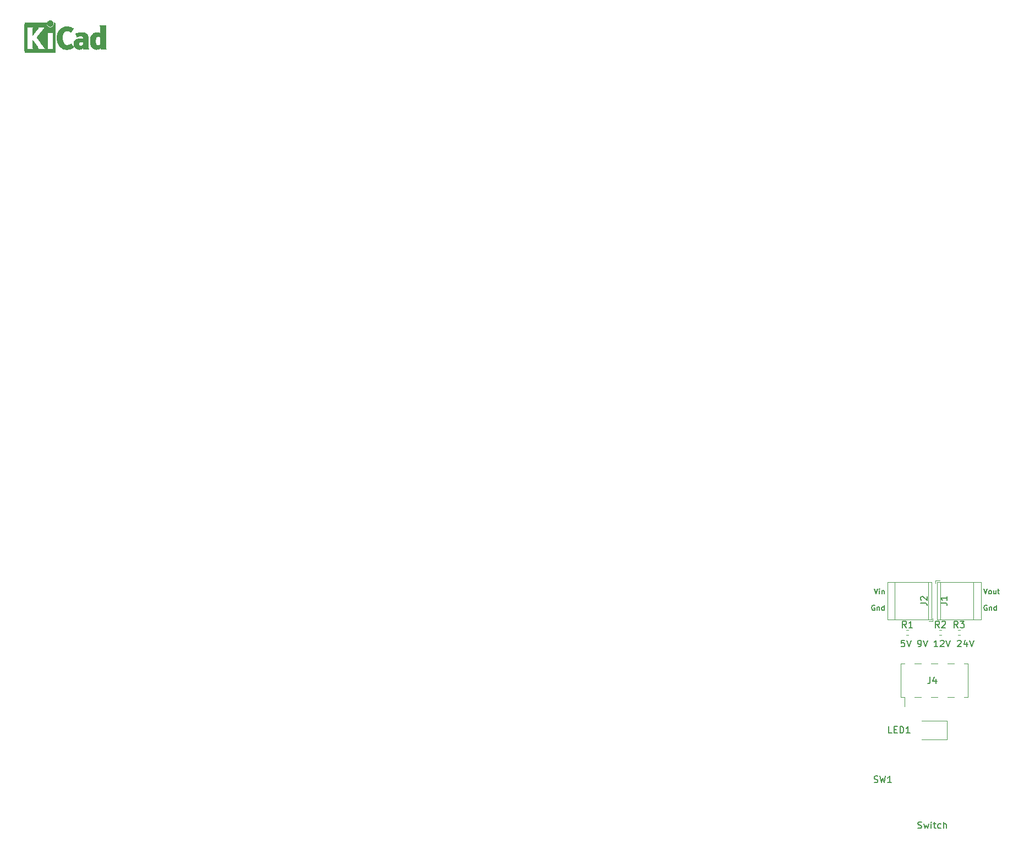
<source format=gbr>
%TF.GenerationSoftware,KiCad,Pcbnew,7.0.5*%
%TF.CreationDate,2024-06-27T22:40:16-04:00*%
%TF.ProjectId,ScrewSwitch,53637265-7753-4776-9974-63682e6b6963,rev?*%
%TF.SameCoordinates,Original*%
%TF.FileFunction,Legend,Top*%
%TF.FilePolarity,Positive*%
%FSLAX46Y46*%
G04 Gerber Fmt 4.6, Leading zero omitted, Abs format (unit mm)*
G04 Created by KiCad (PCBNEW 7.0.5) date 2024-06-27 22:40:16*
%MOMM*%
%LPD*%
G01*
G04 APERTURE LIST*
%ADD10C,0.150000*%
%ADD11C,0.120000*%
%ADD12C,0.010000*%
G04 APERTURE END LIST*
D10*
X143589524Y-95485057D02*
X143637143Y-95437438D01*
X143637143Y-95437438D02*
X143732381Y-95389819D01*
X143732381Y-95389819D02*
X143970476Y-95389819D01*
X143970476Y-95389819D02*
X144065714Y-95437438D01*
X144065714Y-95437438D02*
X144113333Y-95485057D01*
X144113333Y-95485057D02*
X144160952Y-95580295D01*
X144160952Y-95580295D02*
X144160952Y-95675533D01*
X144160952Y-95675533D02*
X144113333Y-95818390D01*
X144113333Y-95818390D02*
X143541905Y-96389819D01*
X143541905Y-96389819D02*
X144160952Y-96389819D01*
X145018095Y-95723152D02*
X145018095Y-96389819D01*
X144780000Y-95342200D02*
X144541905Y-96056485D01*
X144541905Y-96056485D02*
X145160952Y-96056485D01*
X145399048Y-95389819D02*
X145732381Y-96389819D01*
X145732381Y-96389819D02*
X146065714Y-95389819D01*
X130754533Y-87466011D02*
X131021200Y-88266011D01*
X131021200Y-88266011D02*
X131287866Y-87466011D01*
X131554533Y-88266011D02*
X131554533Y-87732677D01*
X131554533Y-87466011D02*
X131516437Y-87504106D01*
X131516437Y-87504106D02*
X131554533Y-87542201D01*
X131554533Y-87542201D02*
X131592628Y-87504106D01*
X131592628Y-87504106D02*
X131554533Y-87466011D01*
X131554533Y-87466011D02*
X131554533Y-87542201D01*
X131935485Y-87732677D02*
X131935485Y-88266011D01*
X131935485Y-87808868D02*
X131973580Y-87770773D01*
X131973580Y-87770773D02*
X132049770Y-87732677D01*
X132049770Y-87732677D02*
X132164056Y-87732677D01*
X132164056Y-87732677D02*
X132240247Y-87770773D01*
X132240247Y-87770773D02*
X132278342Y-87846963D01*
X132278342Y-87846963D02*
X132278342Y-88266011D01*
X137544398Y-96389819D02*
X137734874Y-96389819D01*
X137734874Y-96389819D02*
X137830112Y-96342200D01*
X137830112Y-96342200D02*
X137877731Y-96294580D01*
X137877731Y-96294580D02*
X137972969Y-96151723D01*
X137972969Y-96151723D02*
X138020588Y-95961247D01*
X138020588Y-95961247D02*
X138020588Y-95580295D01*
X138020588Y-95580295D02*
X137972969Y-95485057D01*
X137972969Y-95485057D02*
X137925350Y-95437438D01*
X137925350Y-95437438D02*
X137830112Y-95389819D01*
X137830112Y-95389819D02*
X137639636Y-95389819D01*
X137639636Y-95389819D02*
X137544398Y-95437438D01*
X137544398Y-95437438D02*
X137496779Y-95485057D01*
X137496779Y-95485057D02*
X137449160Y-95580295D01*
X137449160Y-95580295D02*
X137449160Y-95818390D01*
X137449160Y-95818390D02*
X137496779Y-95913628D01*
X137496779Y-95913628D02*
X137544398Y-95961247D01*
X137544398Y-95961247D02*
X137639636Y-96008866D01*
X137639636Y-96008866D02*
X137830112Y-96008866D01*
X137830112Y-96008866D02*
X137925350Y-95961247D01*
X137925350Y-95961247D02*
X137972969Y-95913628D01*
X137972969Y-95913628D02*
X138020588Y-95818390D01*
X138306303Y-95389819D02*
X138639636Y-96389819D01*
X138639636Y-96389819D02*
X138972969Y-95389819D01*
X147602377Y-87466011D02*
X147869044Y-88266011D01*
X147869044Y-88266011D02*
X148135710Y-87466011D01*
X148516662Y-88266011D02*
X148440472Y-88227916D01*
X148440472Y-88227916D02*
X148402377Y-88189820D01*
X148402377Y-88189820D02*
X148364281Y-88113630D01*
X148364281Y-88113630D02*
X148364281Y-87885058D01*
X148364281Y-87885058D02*
X148402377Y-87808868D01*
X148402377Y-87808868D02*
X148440472Y-87770773D01*
X148440472Y-87770773D02*
X148516662Y-87732677D01*
X148516662Y-87732677D02*
X148630948Y-87732677D01*
X148630948Y-87732677D02*
X148707139Y-87770773D01*
X148707139Y-87770773D02*
X148745234Y-87808868D01*
X148745234Y-87808868D02*
X148783329Y-87885058D01*
X148783329Y-87885058D02*
X148783329Y-88113630D01*
X148783329Y-88113630D02*
X148745234Y-88189820D01*
X148745234Y-88189820D02*
X148707139Y-88227916D01*
X148707139Y-88227916D02*
X148630948Y-88266011D01*
X148630948Y-88266011D02*
X148516662Y-88266011D01*
X149469044Y-87732677D02*
X149469044Y-88266011D01*
X149126187Y-87732677D02*
X149126187Y-88151725D01*
X149126187Y-88151725D02*
X149164282Y-88227916D01*
X149164282Y-88227916D02*
X149240472Y-88266011D01*
X149240472Y-88266011D02*
X149354758Y-88266011D01*
X149354758Y-88266011D02*
X149430949Y-88227916D01*
X149430949Y-88227916D02*
X149469044Y-88189820D01*
X149735711Y-87732677D02*
X150040473Y-87732677D01*
X149849997Y-87466011D02*
X149849997Y-88151725D01*
X149849997Y-88151725D02*
X149888092Y-88227916D01*
X149888092Y-88227916D02*
X149964282Y-88266011D01*
X149964282Y-88266011D02*
X150040473Y-88266011D01*
X140560588Y-96389819D02*
X139989160Y-96389819D01*
X140274874Y-96389819D02*
X140274874Y-95389819D01*
X140274874Y-95389819D02*
X140179636Y-95532676D01*
X140179636Y-95532676D02*
X140084398Y-95627914D01*
X140084398Y-95627914D02*
X139989160Y-95675533D01*
X140941541Y-95485057D02*
X140989160Y-95437438D01*
X140989160Y-95437438D02*
X141084398Y-95389819D01*
X141084398Y-95389819D02*
X141322493Y-95389819D01*
X141322493Y-95389819D02*
X141417731Y-95437438D01*
X141417731Y-95437438D02*
X141465350Y-95485057D01*
X141465350Y-95485057D02*
X141512969Y-95580295D01*
X141512969Y-95580295D02*
X141512969Y-95675533D01*
X141512969Y-95675533D02*
X141465350Y-95818390D01*
X141465350Y-95818390D02*
X140893922Y-96389819D01*
X140893922Y-96389819D02*
X141512969Y-96389819D01*
X141798684Y-95389819D02*
X142132017Y-96389819D01*
X142132017Y-96389819D02*
X142465350Y-95389819D01*
X137485714Y-124282200D02*
X137628571Y-124329819D01*
X137628571Y-124329819D02*
X137866666Y-124329819D01*
X137866666Y-124329819D02*
X137961904Y-124282200D01*
X137961904Y-124282200D02*
X138009523Y-124234580D01*
X138009523Y-124234580D02*
X138057142Y-124139342D01*
X138057142Y-124139342D02*
X138057142Y-124044104D01*
X138057142Y-124044104D02*
X138009523Y-123948866D01*
X138009523Y-123948866D02*
X137961904Y-123901247D01*
X137961904Y-123901247D02*
X137866666Y-123853628D01*
X137866666Y-123853628D02*
X137676190Y-123806009D01*
X137676190Y-123806009D02*
X137580952Y-123758390D01*
X137580952Y-123758390D02*
X137533333Y-123710771D01*
X137533333Y-123710771D02*
X137485714Y-123615533D01*
X137485714Y-123615533D02*
X137485714Y-123520295D01*
X137485714Y-123520295D02*
X137533333Y-123425057D01*
X137533333Y-123425057D02*
X137580952Y-123377438D01*
X137580952Y-123377438D02*
X137676190Y-123329819D01*
X137676190Y-123329819D02*
X137914285Y-123329819D01*
X137914285Y-123329819D02*
X138057142Y-123377438D01*
X138390476Y-123663152D02*
X138580952Y-124329819D01*
X138580952Y-124329819D02*
X138771428Y-123853628D01*
X138771428Y-123853628D02*
X138961904Y-124329819D01*
X138961904Y-124329819D02*
X139152380Y-123663152D01*
X139533333Y-124329819D02*
X139533333Y-123663152D01*
X139533333Y-123329819D02*
X139485714Y-123377438D01*
X139485714Y-123377438D02*
X139533333Y-123425057D01*
X139533333Y-123425057D02*
X139580952Y-123377438D01*
X139580952Y-123377438D02*
X139533333Y-123329819D01*
X139533333Y-123329819D02*
X139533333Y-123425057D01*
X139866666Y-123663152D02*
X140247618Y-123663152D01*
X140009523Y-123329819D02*
X140009523Y-124186961D01*
X140009523Y-124186961D02*
X140057142Y-124282200D01*
X140057142Y-124282200D02*
X140152380Y-124329819D01*
X140152380Y-124329819D02*
X140247618Y-124329819D01*
X141009523Y-124282200D02*
X140914285Y-124329819D01*
X140914285Y-124329819D02*
X140723809Y-124329819D01*
X140723809Y-124329819D02*
X140628571Y-124282200D01*
X140628571Y-124282200D02*
X140580952Y-124234580D01*
X140580952Y-124234580D02*
X140533333Y-124139342D01*
X140533333Y-124139342D02*
X140533333Y-123853628D01*
X140533333Y-123853628D02*
X140580952Y-123758390D01*
X140580952Y-123758390D02*
X140628571Y-123710771D01*
X140628571Y-123710771D02*
X140723809Y-123663152D01*
X140723809Y-123663152D02*
X140914285Y-123663152D01*
X140914285Y-123663152D02*
X141009523Y-123710771D01*
X141438095Y-124329819D02*
X141438095Y-123329819D01*
X141866666Y-124329819D02*
X141866666Y-123806009D01*
X141866666Y-123806009D02*
X141819047Y-123710771D01*
X141819047Y-123710771D02*
X141723809Y-123663152D01*
X141723809Y-123663152D02*
X141580952Y-123663152D01*
X141580952Y-123663152D02*
X141485714Y-123710771D01*
X141485714Y-123710771D02*
X141438095Y-123758390D01*
X148108207Y-90032390D02*
X148032017Y-89994295D01*
X148032017Y-89994295D02*
X147917731Y-89994295D01*
X147917731Y-89994295D02*
X147803445Y-90032390D01*
X147803445Y-90032390D02*
X147727255Y-90108580D01*
X147727255Y-90108580D02*
X147689160Y-90184771D01*
X147689160Y-90184771D02*
X147651064Y-90337152D01*
X147651064Y-90337152D02*
X147651064Y-90451438D01*
X147651064Y-90451438D02*
X147689160Y-90603819D01*
X147689160Y-90603819D02*
X147727255Y-90680009D01*
X147727255Y-90680009D02*
X147803445Y-90756200D01*
X147803445Y-90756200D02*
X147917731Y-90794295D01*
X147917731Y-90794295D02*
X147993922Y-90794295D01*
X147993922Y-90794295D02*
X148108207Y-90756200D01*
X148108207Y-90756200D02*
X148146303Y-90718104D01*
X148146303Y-90718104D02*
X148146303Y-90451438D01*
X148146303Y-90451438D02*
X147993922Y-90451438D01*
X148489160Y-90260961D02*
X148489160Y-90794295D01*
X148489160Y-90337152D02*
X148527255Y-90299057D01*
X148527255Y-90299057D02*
X148603445Y-90260961D01*
X148603445Y-90260961D02*
X148717731Y-90260961D01*
X148717731Y-90260961D02*
X148793922Y-90299057D01*
X148793922Y-90299057D02*
X148832017Y-90375247D01*
X148832017Y-90375247D02*
X148832017Y-90794295D01*
X149555827Y-90794295D02*
X149555827Y-89994295D01*
X149555827Y-90756200D02*
X149479636Y-90794295D01*
X149479636Y-90794295D02*
X149327255Y-90794295D01*
X149327255Y-90794295D02*
X149251065Y-90756200D01*
X149251065Y-90756200D02*
X149212970Y-90718104D01*
X149212970Y-90718104D02*
X149174874Y-90641914D01*
X149174874Y-90641914D02*
X149174874Y-90413342D01*
X149174874Y-90413342D02*
X149212970Y-90337152D01*
X149212970Y-90337152D02*
X149251065Y-90299057D01*
X149251065Y-90299057D02*
X149327255Y-90260961D01*
X149327255Y-90260961D02*
X149479636Y-90260961D01*
X149479636Y-90260961D02*
X149555827Y-90299057D01*
X130843219Y-90032390D02*
X130767029Y-89994295D01*
X130767029Y-89994295D02*
X130652743Y-89994295D01*
X130652743Y-89994295D02*
X130538457Y-90032390D01*
X130538457Y-90032390D02*
X130462267Y-90108580D01*
X130462267Y-90108580D02*
X130424172Y-90184771D01*
X130424172Y-90184771D02*
X130386076Y-90337152D01*
X130386076Y-90337152D02*
X130386076Y-90451438D01*
X130386076Y-90451438D02*
X130424172Y-90603819D01*
X130424172Y-90603819D02*
X130462267Y-90680009D01*
X130462267Y-90680009D02*
X130538457Y-90756200D01*
X130538457Y-90756200D02*
X130652743Y-90794295D01*
X130652743Y-90794295D02*
X130728934Y-90794295D01*
X130728934Y-90794295D02*
X130843219Y-90756200D01*
X130843219Y-90756200D02*
X130881315Y-90718104D01*
X130881315Y-90718104D02*
X130881315Y-90451438D01*
X130881315Y-90451438D02*
X130728934Y-90451438D01*
X131224172Y-90260961D02*
X131224172Y-90794295D01*
X131224172Y-90337152D02*
X131262267Y-90299057D01*
X131262267Y-90299057D02*
X131338457Y-90260961D01*
X131338457Y-90260961D02*
X131452743Y-90260961D01*
X131452743Y-90260961D02*
X131528934Y-90299057D01*
X131528934Y-90299057D02*
X131567029Y-90375247D01*
X131567029Y-90375247D02*
X131567029Y-90794295D01*
X132290839Y-90794295D02*
X132290839Y-89994295D01*
X132290839Y-90756200D02*
X132214648Y-90794295D01*
X132214648Y-90794295D02*
X132062267Y-90794295D01*
X132062267Y-90794295D02*
X131986077Y-90756200D01*
X131986077Y-90756200D02*
X131947982Y-90718104D01*
X131947982Y-90718104D02*
X131909886Y-90641914D01*
X131909886Y-90641914D02*
X131909886Y-90413342D01*
X131909886Y-90413342D02*
X131947982Y-90337152D01*
X131947982Y-90337152D02*
X131986077Y-90299057D01*
X131986077Y-90299057D02*
X132062267Y-90260961D01*
X132062267Y-90260961D02*
X132214648Y-90260961D01*
X132214648Y-90260961D02*
X132290839Y-90299057D01*
X135432969Y-95389819D02*
X134956779Y-95389819D01*
X134956779Y-95389819D02*
X134909160Y-95866009D01*
X134909160Y-95866009D02*
X134956779Y-95818390D01*
X134956779Y-95818390D02*
X135052017Y-95770771D01*
X135052017Y-95770771D02*
X135290112Y-95770771D01*
X135290112Y-95770771D02*
X135385350Y-95818390D01*
X135385350Y-95818390D02*
X135432969Y-95866009D01*
X135432969Y-95866009D02*
X135480588Y-95961247D01*
X135480588Y-95961247D02*
X135480588Y-96199342D01*
X135480588Y-96199342D02*
X135432969Y-96294580D01*
X135432969Y-96294580D02*
X135385350Y-96342200D01*
X135385350Y-96342200D02*
X135290112Y-96389819D01*
X135290112Y-96389819D02*
X135052017Y-96389819D01*
X135052017Y-96389819D02*
X134956779Y-96342200D01*
X134956779Y-96342200D02*
X134909160Y-96294580D01*
X135766303Y-95389819D02*
X136099636Y-96389819D01*
X136099636Y-96389819D02*
X136432969Y-95389819D01*
%TO.C,R3*%
X143640836Y-93455860D02*
X143307503Y-92979669D01*
X143069408Y-93455860D02*
X143069408Y-92455860D01*
X143069408Y-92455860D02*
X143450360Y-92455860D01*
X143450360Y-92455860D02*
X143545598Y-92503479D01*
X143545598Y-92503479D02*
X143593217Y-92551098D01*
X143593217Y-92551098D02*
X143640836Y-92646336D01*
X143640836Y-92646336D02*
X143640836Y-92789193D01*
X143640836Y-92789193D02*
X143593217Y-92884431D01*
X143593217Y-92884431D02*
X143545598Y-92932050D01*
X143545598Y-92932050D02*
X143450360Y-92979669D01*
X143450360Y-92979669D02*
X143069408Y-92979669D01*
X143974170Y-92455860D02*
X144593217Y-92455860D01*
X144593217Y-92455860D02*
X144259884Y-92836812D01*
X144259884Y-92836812D02*
X144402741Y-92836812D01*
X144402741Y-92836812D02*
X144497979Y-92884431D01*
X144497979Y-92884431D02*
X144545598Y-92932050D01*
X144545598Y-92932050D02*
X144593217Y-93027288D01*
X144593217Y-93027288D02*
X144593217Y-93265383D01*
X144593217Y-93265383D02*
X144545598Y-93360621D01*
X144545598Y-93360621D02*
X144497979Y-93408241D01*
X144497979Y-93408241D02*
X144402741Y-93455860D01*
X144402741Y-93455860D02*
X144117027Y-93455860D01*
X144117027Y-93455860D02*
X144021789Y-93408241D01*
X144021789Y-93408241D02*
X143974170Y-93360621D01*
%TO.C,R2*%
X140780836Y-93455860D02*
X140447503Y-92979669D01*
X140209408Y-93455860D02*
X140209408Y-92455860D01*
X140209408Y-92455860D02*
X140590360Y-92455860D01*
X140590360Y-92455860D02*
X140685598Y-92503479D01*
X140685598Y-92503479D02*
X140733217Y-92551098D01*
X140733217Y-92551098D02*
X140780836Y-92646336D01*
X140780836Y-92646336D02*
X140780836Y-92789193D01*
X140780836Y-92789193D02*
X140733217Y-92884431D01*
X140733217Y-92884431D02*
X140685598Y-92932050D01*
X140685598Y-92932050D02*
X140590360Y-92979669D01*
X140590360Y-92979669D02*
X140209408Y-92979669D01*
X141161789Y-92551098D02*
X141209408Y-92503479D01*
X141209408Y-92503479D02*
X141304646Y-92455860D01*
X141304646Y-92455860D02*
X141542741Y-92455860D01*
X141542741Y-92455860D02*
X141637979Y-92503479D01*
X141637979Y-92503479D02*
X141685598Y-92551098D01*
X141685598Y-92551098D02*
X141733217Y-92646336D01*
X141733217Y-92646336D02*
X141733217Y-92741574D01*
X141733217Y-92741574D02*
X141685598Y-92884431D01*
X141685598Y-92884431D02*
X141114170Y-93455860D01*
X141114170Y-93455860D02*
X141733217Y-93455860D01*
%TO.C,R1*%
X135700836Y-93455860D02*
X135367503Y-92979669D01*
X135129408Y-93455860D02*
X135129408Y-92455860D01*
X135129408Y-92455860D02*
X135510360Y-92455860D01*
X135510360Y-92455860D02*
X135605598Y-92503479D01*
X135605598Y-92503479D02*
X135653217Y-92551098D01*
X135653217Y-92551098D02*
X135700836Y-92646336D01*
X135700836Y-92646336D02*
X135700836Y-92789193D01*
X135700836Y-92789193D02*
X135653217Y-92884431D01*
X135653217Y-92884431D02*
X135605598Y-92932050D01*
X135605598Y-92932050D02*
X135510360Y-92979669D01*
X135510360Y-92979669D02*
X135129408Y-92979669D01*
X136653217Y-93455860D02*
X136081789Y-93455860D01*
X136367503Y-93455860D02*
X136367503Y-92455860D01*
X136367503Y-92455860D02*
X136272265Y-92598717D01*
X136272265Y-92598717D02*
X136177027Y-92693955D01*
X136177027Y-92693955D02*
X136081789Y-92741574D01*
%TO.C,J4*%
X139366666Y-101054819D02*
X139366666Y-101769104D01*
X139366666Y-101769104D02*
X139319047Y-101911961D01*
X139319047Y-101911961D02*
X139223809Y-102007200D01*
X139223809Y-102007200D02*
X139080952Y-102054819D01*
X139080952Y-102054819D02*
X138985714Y-102054819D01*
X140271428Y-101388152D02*
X140271428Y-102054819D01*
X140033333Y-101007200D02*
X139795238Y-101721485D01*
X139795238Y-101721485D02*
X140414285Y-101721485D01*
%TO.C,LED1*%
X133500952Y-109674819D02*
X133024762Y-109674819D01*
X133024762Y-109674819D02*
X133024762Y-108674819D01*
X133834286Y-109151009D02*
X134167619Y-109151009D01*
X134310476Y-109674819D02*
X133834286Y-109674819D01*
X133834286Y-109674819D02*
X133834286Y-108674819D01*
X133834286Y-108674819D02*
X134310476Y-108674819D01*
X134739048Y-109674819D02*
X134739048Y-108674819D01*
X134739048Y-108674819D02*
X134977143Y-108674819D01*
X134977143Y-108674819D02*
X135120000Y-108722438D01*
X135120000Y-108722438D02*
X135215238Y-108817676D01*
X135215238Y-108817676D02*
X135262857Y-108912914D01*
X135262857Y-108912914D02*
X135310476Y-109103390D01*
X135310476Y-109103390D02*
X135310476Y-109246247D01*
X135310476Y-109246247D02*
X135262857Y-109436723D01*
X135262857Y-109436723D02*
X135215238Y-109531961D01*
X135215238Y-109531961D02*
X135120000Y-109627200D01*
X135120000Y-109627200D02*
X134977143Y-109674819D01*
X134977143Y-109674819D02*
X134739048Y-109674819D01*
X136262857Y-109674819D02*
X135691429Y-109674819D01*
X135977143Y-109674819D02*
X135977143Y-108674819D01*
X135977143Y-108674819D02*
X135881905Y-108817676D01*
X135881905Y-108817676D02*
X135786667Y-108912914D01*
X135786667Y-108912914D02*
X135691429Y-108960533D01*
%TO.C,J1*%
X140997322Y-89659049D02*
X141711607Y-89659049D01*
X141711607Y-89659049D02*
X141854464Y-89706668D01*
X141854464Y-89706668D02*
X141949703Y-89801906D01*
X141949703Y-89801906D02*
X141997322Y-89944763D01*
X141997322Y-89944763D02*
X141997322Y-90040001D01*
X141997322Y-88659049D02*
X141997322Y-89230477D01*
X141997322Y-88944763D02*
X140997322Y-88944763D01*
X140997322Y-88944763D02*
X141140179Y-89040001D01*
X141140179Y-89040001D02*
X141235417Y-89135239D01*
X141235417Y-89135239D02*
X141283036Y-89230477D01*
%TO.C,J2*%
X137907322Y-89659049D02*
X138621607Y-89659049D01*
X138621607Y-89659049D02*
X138764464Y-89706668D01*
X138764464Y-89706668D02*
X138859703Y-89801906D01*
X138859703Y-89801906D02*
X138907322Y-89944763D01*
X138907322Y-89944763D02*
X138907322Y-90040001D01*
X138002560Y-89230477D02*
X137954941Y-89182858D01*
X137954941Y-89182858D02*
X137907322Y-89087620D01*
X137907322Y-89087620D02*
X137907322Y-88849525D01*
X137907322Y-88849525D02*
X137954941Y-88754287D01*
X137954941Y-88754287D02*
X138002560Y-88706668D01*
X138002560Y-88706668D02*
X138097798Y-88659049D01*
X138097798Y-88659049D02*
X138193036Y-88659049D01*
X138193036Y-88659049D02*
X138335893Y-88706668D01*
X138335893Y-88706668D02*
X138907322Y-89278096D01*
X138907322Y-89278096D02*
X138907322Y-88659049D01*
%TO.C,SW1*%
X130746667Y-117247200D02*
X130889524Y-117294819D01*
X130889524Y-117294819D02*
X131127619Y-117294819D01*
X131127619Y-117294819D02*
X131222857Y-117247200D01*
X131222857Y-117247200D02*
X131270476Y-117199580D01*
X131270476Y-117199580D02*
X131318095Y-117104342D01*
X131318095Y-117104342D02*
X131318095Y-117009104D01*
X131318095Y-117009104D02*
X131270476Y-116913866D01*
X131270476Y-116913866D02*
X131222857Y-116866247D01*
X131222857Y-116866247D02*
X131127619Y-116818628D01*
X131127619Y-116818628D02*
X130937143Y-116771009D01*
X130937143Y-116771009D02*
X130841905Y-116723390D01*
X130841905Y-116723390D02*
X130794286Y-116675771D01*
X130794286Y-116675771D02*
X130746667Y-116580533D01*
X130746667Y-116580533D02*
X130746667Y-116485295D01*
X130746667Y-116485295D02*
X130794286Y-116390057D01*
X130794286Y-116390057D02*
X130841905Y-116342438D01*
X130841905Y-116342438D02*
X130937143Y-116294819D01*
X130937143Y-116294819D02*
X131175238Y-116294819D01*
X131175238Y-116294819D02*
X131318095Y-116342438D01*
X131651429Y-116294819D02*
X131889524Y-117294819D01*
X131889524Y-117294819D02*
X132080000Y-116580533D01*
X132080000Y-116580533D02*
X132270476Y-117294819D01*
X132270476Y-117294819D02*
X132508572Y-116294819D01*
X133413333Y-117294819D02*
X132841905Y-117294819D01*
X133127619Y-117294819D02*
X133127619Y-116294819D01*
X133127619Y-116294819D02*
X133032381Y-116437676D01*
X133032381Y-116437676D02*
X132937143Y-116532914D01*
X132937143Y-116532914D02*
X132841905Y-116580533D01*
D11*
%TO.C,R3*%
X143653862Y-93791041D02*
X143961144Y-93791041D01*
X143653862Y-94551041D02*
X143961144Y-94551041D01*
%TO.C,R2*%
X140793862Y-93791041D02*
X141101144Y-93791041D01*
X140793862Y-94551041D02*
X141101144Y-94551041D01*
%TO.C,R1*%
X135713862Y-93791041D02*
X136021144Y-93791041D01*
X135713862Y-94551041D02*
X136021144Y-94551041D01*
%TO.C,J4*%
X135427503Y-105625000D02*
X135427503Y-104185000D01*
X134857503Y-104185000D02*
X135427503Y-104185000D01*
X134857503Y-104185000D02*
X134857503Y-98985000D01*
X136947503Y-104185000D02*
X137967503Y-104185000D01*
X139487503Y-104185000D02*
X140507503Y-104185000D01*
X142027503Y-104185000D02*
X143047503Y-104185000D01*
X144567503Y-104185000D02*
X145137503Y-104185000D01*
X145137503Y-104185000D02*
X145137503Y-98985000D01*
X134857503Y-98985000D02*
X135427503Y-98985000D01*
X136947503Y-98985000D02*
X137967503Y-98985000D01*
X139487503Y-98985000D02*
X140507503Y-98985000D01*
X142027503Y-98985000D02*
X143047503Y-98985000D01*
X144567503Y-98985000D02*
X145137503Y-98985000D01*
%TO.C,LED1*%
X141985000Y-110680000D02*
X141985000Y-107760000D01*
X141985000Y-107760000D02*
X138100000Y-107760000D01*
X138100000Y-110680000D02*
X141985000Y-110680000D01*
%TO.C,J1*%
X140837503Y-86195716D02*
X140197503Y-86195716D01*
X140197503Y-86195716D02*
X140197503Y-86595716D01*
X147177503Y-86435716D02*
X140437503Y-86435716D01*
X147177503Y-86435716D02*
X147177503Y-92215716D01*
X146057503Y-86435716D02*
X146057503Y-92215716D01*
X140957503Y-86435716D02*
X140957503Y-92215716D01*
X140437503Y-86435716D02*
X140437503Y-92215716D01*
X147177503Y-92215716D02*
X140437503Y-92215716D01*
%TO.C,J2*%
X139157503Y-92455716D02*
X139797503Y-92455716D01*
X139797503Y-92455716D02*
X139797503Y-92055716D01*
X132817503Y-92215716D02*
X139557503Y-92215716D01*
X132817503Y-92215716D02*
X132817503Y-86435716D01*
X133937503Y-92215716D02*
X133937503Y-86435716D01*
X139037503Y-92215716D02*
X139037503Y-86435716D01*
X139557503Y-92215716D02*
X139557503Y-86435716D01*
X132817503Y-86435716D02*
X139557503Y-86435716D01*
%TO.C,BT1*%
D12*
X4008665Y-8995D02*
X4104940Y-33233D01*
X4191524Y-76065D01*
X4266335Y-135843D01*
X4327290Y-210918D01*
X4372309Y-299644D01*
X4398572Y-395954D01*
X4404422Y-493219D01*
X4389568Y-587078D01*
X4355868Y-674935D01*
X4305180Y-754194D01*
X4239363Y-822260D01*
X4160274Y-876536D01*
X4069774Y-914426D01*
X4018508Y-926850D01*
X3974010Y-934371D01*
X3939709Y-937343D01*
X3906748Y-935518D01*
X3866274Y-928649D01*
X3833177Y-921674D01*
X3739761Y-890165D01*
X3656089Y-839041D01*
X3584043Y-769853D01*
X3525508Y-684152D01*
X3511560Y-656913D01*
X3495122Y-620546D01*
X3484814Y-590006D01*
X3479248Y-557874D01*
X3477039Y-516731D01*
X3476760Y-470646D01*
X3480847Y-386289D01*
X3494262Y-317010D01*
X3519452Y-256385D01*
X3558862Y-197991D01*
X3597410Y-153726D01*
X3669302Y-87908D01*
X3744395Y-42477D01*
X3827146Y-15274D01*
X3904780Y-5000D01*
X4008665Y-8995D01*
G36*
X4008665Y-8995D02*
G01*
X4104940Y-33233D01*
X4191524Y-76065D01*
X4266335Y-135843D01*
X4327290Y-210918D01*
X4372309Y-299644D01*
X4398572Y-395954D01*
X4404422Y-493219D01*
X4389568Y-587078D01*
X4355868Y-674935D01*
X4305180Y-754194D01*
X4239363Y-822260D01*
X4160274Y-876536D01*
X4069774Y-914426D01*
X4018508Y-926850D01*
X3974010Y-934371D01*
X3939709Y-937343D01*
X3906748Y-935518D01*
X3866274Y-928649D01*
X3833177Y-921674D01*
X3739761Y-890165D01*
X3656089Y-839041D01*
X3584043Y-769853D01*
X3525508Y-684152D01*
X3511560Y-656913D01*
X3495122Y-620546D01*
X3484814Y-590006D01*
X3479248Y-557874D01*
X3477039Y-516731D01*
X3476760Y-470646D01*
X3480847Y-386289D01*
X3494262Y-317010D01*
X3519452Y-256385D01*
X3558862Y-197991D01*
X3597410Y-153726D01*
X3669302Y-87908D01*
X3744395Y-42477D01*
X3827146Y-15274D01*
X3904780Y-5000D01*
X4008665Y-8995D01*
G37*
X6610137Y-931495D02*
X6770278Y-952669D01*
X6934218Y-992809D01*
X7104021Y-1052313D01*
X7281751Y-1131578D01*
X7293018Y-1137123D01*
X7350713Y-1165149D01*
X7402260Y-1189226D01*
X7443899Y-1207673D01*
X7471870Y-1218810D01*
X7481441Y-1221357D01*
X7500658Y-1226365D01*
X7505269Y-1230571D01*
X7500166Y-1241004D01*
X7484126Y-1267292D01*
X7458996Y-1306681D01*
X7426622Y-1356415D01*
X7388851Y-1413739D01*
X7347530Y-1475900D01*
X7304506Y-1540142D01*
X7261625Y-1603709D01*
X7220734Y-1663849D01*
X7183679Y-1717804D01*
X7152308Y-1762821D01*
X7128467Y-1796145D01*
X7114002Y-1815021D01*
X7112017Y-1817211D01*
X7101899Y-1812562D01*
X7079558Y-1795386D01*
X7048988Y-1768864D01*
X7033244Y-1754388D01*
X6936755Y-1679106D01*
X6830044Y-1623665D01*
X6714540Y-1588565D01*
X6591670Y-1574304D01*
X6522269Y-1575475D01*
X6401131Y-1592636D01*
X6291913Y-1628518D01*
X6194290Y-1683383D01*
X6107936Y-1757494D01*
X6032523Y-1851112D01*
X5967726Y-1964500D01*
X5930309Y-2051091D01*
X5886456Y-2186790D01*
X5854136Y-2334274D01*
X5833265Y-2489738D01*
X5823759Y-2649380D01*
X5825535Y-2809397D01*
X5838511Y-2965985D01*
X5862602Y-3115342D01*
X5897726Y-3253664D01*
X5943800Y-3377148D01*
X5960081Y-3411402D01*
X6028328Y-3525488D01*
X6108787Y-3621981D01*
X6200278Y-3700094D01*
X6301619Y-3759041D01*
X6411628Y-3798036D01*
X6529123Y-3816292D01*
X6570591Y-3817635D01*
X6692149Y-3806714D01*
X6812586Y-3773898D01*
X6930374Y-3719863D01*
X7043985Y-3645289D01*
X7135393Y-3566963D01*
X7181923Y-3522432D01*
X7363191Y-3819695D01*
X7408288Y-3893857D01*
X7449527Y-3962070D01*
X7485443Y-4021883D01*
X7514574Y-4070844D01*
X7535458Y-4106503D01*
X7546632Y-4126408D01*
X7548083Y-4129503D01*
X7539854Y-4139142D01*
X7514275Y-4156423D01*
X7474581Y-4179707D01*
X7424005Y-4207358D01*
X7365782Y-4237739D01*
X7303145Y-4269214D01*
X7239329Y-4300146D01*
X7177568Y-4328897D01*
X7121096Y-4353832D01*
X7073146Y-4373313D01*
X7049694Y-4381742D01*
X6915929Y-4419557D01*
X6778035Y-4444560D01*
X6630330Y-4457564D01*
X6503541Y-4459892D01*
X6435586Y-4458797D01*
X6369985Y-4456699D01*
X6312555Y-4453858D01*
X6269111Y-4450530D01*
X6255006Y-4448846D01*
X6115992Y-4420011D01*
X5974465Y-4374892D01*
X5836983Y-4316174D01*
X5710102Y-4246544D01*
X5632597Y-4193865D01*
X5505189Y-4085663D01*
X5386886Y-3959095D01*
X5279880Y-3817290D01*
X5186360Y-3663375D01*
X5108518Y-3500477D01*
X5064664Y-3383180D01*
X5014416Y-3199552D01*
X4980917Y-3005005D01*
X4964157Y-2803749D01*
X4964124Y-2599992D01*
X4980809Y-2397945D01*
X5014201Y-2201816D01*
X5064288Y-2015815D01*
X5068105Y-2004227D01*
X5130989Y-1842174D01*
X5207736Y-1694256D01*
X5300950Y-1556289D01*
X5413235Y-1424085D01*
X5457100Y-1378823D01*
X5593242Y-1254881D01*
X5733199Y-1152339D01*
X5879119Y-1070080D01*
X6033150Y-1006988D01*
X6197440Y-961947D01*
X6292997Y-944457D01*
X6451731Y-928890D01*
X6610137Y-931495D01*
G36*
X6610137Y-931495D02*
G01*
X6770278Y-952669D01*
X6934218Y-992809D01*
X7104021Y-1052313D01*
X7281751Y-1131578D01*
X7293018Y-1137123D01*
X7350713Y-1165149D01*
X7402260Y-1189226D01*
X7443899Y-1207673D01*
X7471870Y-1218810D01*
X7481441Y-1221357D01*
X7500658Y-1226365D01*
X7505269Y-1230571D01*
X7500166Y-1241004D01*
X7484126Y-1267292D01*
X7458996Y-1306681D01*
X7426622Y-1356415D01*
X7388851Y-1413739D01*
X7347530Y-1475900D01*
X7304506Y-1540142D01*
X7261625Y-1603709D01*
X7220734Y-1663849D01*
X7183679Y-1717804D01*
X7152308Y-1762821D01*
X7128467Y-1796145D01*
X7114002Y-1815021D01*
X7112017Y-1817211D01*
X7101899Y-1812562D01*
X7079558Y-1795386D01*
X7048988Y-1768864D01*
X7033244Y-1754388D01*
X6936755Y-1679106D01*
X6830044Y-1623665D01*
X6714540Y-1588565D01*
X6591670Y-1574304D01*
X6522269Y-1575475D01*
X6401131Y-1592636D01*
X6291913Y-1628518D01*
X6194290Y-1683383D01*
X6107936Y-1757494D01*
X6032523Y-1851112D01*
X5967726Y-1964500D01*
X5930309Y-2051091D01*
X5886456Y-2186790D01*
X5854136Y-2334274D01*
X5833265Y-2489738D01*
X5823759Y-2649380D01*
X5825535Y-2809397D01*
X5838511Y-2965985D01*
X5862602Y-3115342D01*
X5897726Y-3253664D01*
X5943800Y-3377148D01*
X5960081Y-3411402D01*
X6028328Y-3525488D01*
X6108787Y-3621981D01*
X6200278Y-3700094D01*
X6301619Y-3759041D01*
X6411628Y-3798036D01*
X6529123Y-3816292D01*
X6570591Y-3817635D01*
X6692149Y-3806714D01*
X6812586Y-3773898D01*
X6930374Y-3719863D01*
X7043985Y-3645289D01*
X7135393Y-3566963D01*
X7181923Y-3522432D01*
X7363191Y-3819695D01*
X7408288Y-3893857D01*
X7449527Y-3962070D01*
X7485443Y-4021883D01*
X7514574Y-4070844D01*
X7535458Y-4106503D01*
X7546632Y-4126408D01*
X7548083Y-4129503D01*
X7539854Y-4139142D01*
X7514275Y-4156423D01*
X7474581Y-4179707D01*
X7424005Y-4207358D01*
X7365782Y-4237739D01*
X7303145Y-4269214D01*
X7239329Y-4300146D01*
X7177568Y-4328897D01*
X7121096Y-4353832D01*
X7073146Y-4373313D01*
X7049694Y-4381742D01*
X6915929Y-4419557D01*
X6778035Y-4444560D01*
X6630330Y-4457564D01*
X6503541Y-4459892D01*
X6435586Y-4458797D01*
X6369985Y-4456699D01*
X6312555Y-4453858D01*
X6269111Y-4450530D01*
X6255006Y-4448846D01*
X6115992Y-4420011D01*
X5974465Y-4374892D01*
X5836983Y-4316174D01*
X5710102Y-4246544D01*
X5632597Y-4193865D01*
X5505189Y-4085663D01*
X5386886Y-3959095D01*
X5279880Y-3817290D01*
X5186360Y-3663375D01*
X5108518Y-3500477D01*
X5064664Y-3383180D01*
X5014416Y-3199552D01*
X4980917Y-3005005D01*
X4964157Y-2803749D01*
X4964124Y-2599992D01*
X4980809Y-2397945D01*
X5014201Y-2201816D01*
X5064288Y-2015815D01*
X5068105Y-2004227D01*
X5130989Y-1842174D01*
X5207736Y-1694256D01*
X5300950Y-1556289D01*
X5413235Y-1424085D01*
X5457100Y-1378823D01*
X5593242Y-1254881D01*
X5733199Y-1152339D01*
X5879119Y-1070080D01*
X6033150Y-1006988D01*
X6197440Y-961947D01*
X6292997Y-944457D01*
X6451731Y-928890D01*
X6610137Y-931495D01*
G37*
X12468215Y-2454669D02*
X12468234Y-2689086D01*
X12468260Y-2902027D01*
X12468333Y-3094592D01*
X12468490Y-3267883D01*
X12468772Y-3423000D01*
X12469217Y-3561044D01*
X12469864Y-3683116D01*
X12470753Y-3790318D01*
X12471921Y-3883750D01*
X12473409Y-3964514D01*
X12475254Y-4033710D01*
X12477497Y-4092439D01*
X12480177Y-4141803D01*
X12483331Y-4182902D01*
X12487000Y-4216837D01*
X12491221Y-4244710D01*
X12496035Y-4267622D01*
X12501481Y-4286673D01*
X12507596Y-4302964D01*
X12514420Y-4317597D01*
X12521993Y-4331673D01*
X12530353Y-4346292D01*
X12535547Y-4355398D01*
X12569812Y-4416113D01*
X11711663Y-4416113D01*
X11711663Y-4320157D01*
X11710932Y-4276794D01*
X11708980Y-4243629D01*
X11706171Y-4225848D01*
X11704929Y-4224202D01*
X11693507Y-4231086D01*
X11670792Y-4248929D01*
X11648093Y-4268303D01*
X11593508Y-4309038D01*
X11524029Y-4350041D01*
X11446978Y-4387547D01*
X11369673Y-4417788D01*
X11338821Y-4427436D01*
X11270324Y-4442002D01*
X11187472Y-4451963D01*
X11098079Y-4457007D01*
X11009956Y-4456820D01*
X10930915Y-4451090D01*
X10893219Y-4445282D01*
X10755122Y-4407221D01*
X10627821Y-4349497D01*
X10512000Y-4272635D01*
X10408345Y-4177163D01*
X10317541Y-4063603D01*
X10250739Y-3952805D01*
X10195872Y-3836049D01*
X10153871Y-3716700D01*
X10123875Y-3590707D01*
X10105019Y-3454018D01*
X10096440Y-3302582D01*
X10095714Y-3225135D01*
X10097808Y-3168358D01*
X10926925Y-3168358D01*
X10927132Y-3261426D01*
X10930045Y-3349116D01*
X10935708Y-3426196D01*
X10944163Y-3487433D01*
X10946746Y-3499774D01*
X10978548Y-3607057D01*
X11020206Y-3694082D01*
X11072071Y-3761066D01*
X11134489Y-3808229D01*
X11207808Y-3835789D01*
X11292377Y-3843965D01*
X11388543Y-3832975D01*
X11452019Y-3817253D01*
X11501162Y-3799063D01*
X11555291Y-3773215D01*
X11595952Y-3749513D01*
X11666508Y-3703145D01*
X11666508Y-2552954D01*
X11599100Y-2509386D01*
X11520575Y-2468464D01*
X11436389Y-2441813D01*
X11351265Y-2429889D01*
X11269924Y-2433146D01*
X11197088Y-2452039D01*
X11165134Y-2467608D01*
X11107209Y-2510605D01*
X11058252Y-2567377D01*
X11017098Y-2639999D01*
X10982582Y-2730545D01*
X10953541Y-2841090D01*
X10952260Y-2846957D01*
X10942089Y-2909212D01*
X10934447Y-2987018D01*
X10929378Y-3075144D01*
X10926925Y-3168358D01*
X10097808Y-3168358D01*
X10103565Y-3012319D01*
X10125510Y-2816483D01*
X10161494Y-2637756D01*
X10211467Y-2476269D01*
X10275376Y-2332150D01*
X10353170Y-2205530D01*
X10444797Y-2096539D01*
X10550205Y-2005307D01*
X10595370Y-1974356D01*
X10696319Y-1918209D01*
X10799609Y-1878598D01*
X10909697Y-1854438D01*
X11031038Y-1844643D01*
X11123544Y-1845689D01*
X11253198Y-1856655D01*
X11365792Y-1878470D01*
X11464583Y-1912138D01*
X11552829Y-1958660D01*
X11601694Y-1992872D01*
X11631061Y-2014786D01*
X11652751Y-2029757D01*
X11660961Y-2034157D01*
X11662576Y-2023328D01*
X11663867Y-1992675D01*
X11664846Y-1944950D01*
X11665525Y-1882903D01*
X11665918Y-1809286D01*
X11666038Y-1726851D01*
X11665896Y-1638349D01*
X11665505Y-1546531D01*
X11664879Y-1454148D01*
X11664028Y-1363952D01*
X11662968Y-1278695D01*
X11661709Y-1201127D01*
X11660264Y-1134000D01*
X11658646Y-1080065D01*
X11656869Y-1042074D01*
X11656377Y-1035091D01*
X11648800Y-964675D01*
X11637239Y-909526D01*
X11619500Y-862405D01*
X11593390Y-816071D01*
X11587123Y-806491D01*
X11562691Y-769802D01*
X12468019Y-769802D01*
X12468215Y-2454669D01*
G36*
X12468215Y-2454669D02*
G01*
X12468234Y-2689086D01*
X12468260Y-2902027D01*
X12468333Y-3094592D01*
X12468490Y-3267883D01*
X12468772Y-3423000D01*
X12469217Y-3561044D01*
X12469864Y-3683116D01*
X12470753Y-3790318D01*
X12471921Y-3883750D01*
X12473409Y-3964514D01*
X12475254Y-4033710D01*
X12477497Y-4092439D01*
X12480177Y-4141803D01*
X12483331Y-4182902D01*
X12487000Y-4216837D01*
X12491221Y-4244710D01*
X12496035Y-4267622D01*
X12501481Y-4286673D01*
X12507596Y-4302964D01*
X12514420Y-4317597D01*
X12521993Y-4331673D01*
X12530353Y-4346292D01*
X12535547Y-4355398D01*
X12569812Y-4416113D01*
X11711663Y-4416113D01*
X11711663Y-4320157D01*
X11710932Y-4276794D01*
X11708980Y-4243629D01*
X11706171Y-4225848D01*
X11704929Y-4224202D01*
X11693507Y-4231086D01*
X11670792Y-4248929D01*
X11648093Y-4268303D01*
X11593508Y-4309038D01*
X11524029Y-4350041D01*
X11446978Y-4387547D01*
X11369673Y-4417788D01*
X11338821Y-4427436D01*
X11270324Y-4442002D01*
X11187472Y-4451963D01*
X11098079Y-4457007D01*
X11009956Y-4456820D01*
X10930915Y-4451090D01*
X10893219Y-4445282D01*
X10755122Y-4407221D01*
X10627821Y-4349497D01*
X10512000Y-4272635D01*
X10408345Y-4177163D01*
X10317541Y-4063603D01*
X10250739Y-3952805D01*
X10195872Y-3836049D01*
X10153871Y-3716700D01*
X10123875Y-3590707D01*
X10105019Y-3454018D01*
X10096440Y-3302582D01*
X10095714Y-3225135D01*
X10097808Y-3168358D01*
X10926925Y-3168358D01*
X10927132Y-3261426D01*
X10930045Y-3349116D01*
X10935708Y-3426196D01*
X10944163Y-3487433D01*
X10946746Y-3499774D01*
X10978548Y-3607057D01*
X11020206Y-3694082D01*
X11072071Y-3761066D01*
X11134489Y-3808229D01*
X11207808Y-3835789D01*
X11292377Y-3843965D01*
X11388543Y-3832975D01*
X11452019Y-3817253D01*
X11501162Y-3799063D01*
X11555291Y-3773215D01*
X11595952Y-3749513D01*
X11666508Y-3703145D01*
X11666508Y-2552954D01*
X11599100Y-2509386D01*
X11520575Y-2468464D01*
X11436389Y-2441813D01*
X11351265Y-2429889D01*
X11269924Y-2433146D01*
X11197088Y-2452039D01*
X11165134Y-2467608D01*
X11107209Y-2510605D01*
X11058252Y-2567377D01*
X11017098Y-2639999D01*
X10982582Y-2730545D01*
X10953541Y-2841090D01*
X10952260Y-2846957D01*
X10942089Y-2909212D01*
X10934447Y-2987018D01*
X10929378Y-3075144D01*
X10926925Y-3168358D01*
X10097808Y-3168358D01*
X10103565Y-3012319D01*
X10125510Y-2816483D01*
X10161494Y-2637756D01*
X10211467Y-2476269D01*
X10275376Y-2332150D01*
X10353170Y-2205530D01*
X10444797Y-2096539D01*
X10550205Y-2005307D01*
X10595370Y-1974356D01*
X10696319Y-1918209D01*
X10799609Y-1878598D01*
X10909697Y-1854438D01*
X11031038Y-1844643D01*
X11123544Y-1845689D01*
X11253198Y-1856655D01*
X11365792Y-1878470D01*
X11464583Y-1912138D01*
X11552829Y-1958660D01*
X11601694Y-1992872D01*
X11631061Y-2014786D01*
X11652751Y-2029757D01*
X11660961Y-2034157D01*
X11662576Y-2023328D01*
X11663867Y-1992675D01*
X11664846Y-1944950D01*
X11665525Y-1882903D01*
X11665918Y-1809286D01*
X11666038Y-1726851D01*
X11665896Y-1638349D01*
X11665505Y-1546531D01*
X11664879Y-1454148D01*
X11664028Y-1363952D01*
X11662968Y-1278695D01*
X11661709Y-1201127D01*
X11660264Y-1134000D01*
X11658646Y-1080065D01*
X11656869Y-1042074D01*
X11656377Y-1035091D01*
X11648800Y-964675D01*
X11637239Y-909526D01*
X11619500Y-862405D01*
X11593390Y-816071D01*
X11587123Y-806491D01*
X11562691Y-769802D01*
X12468019Y-769802D01*
X12468215Y-2454669D01*
G37*
X8955282Y-1848976D02*
X9107200Y-1868991D01*
X9242464Y-1902626D01*
X9361947Y-1950149D01*
X9466523Y-2011829D01*
X9544132Y-2075389D01*
X9612973Y-2149523D01*
X9666714Y-2229295D01*
X9709618Y-2321515D01*
X9725092Y-2364585D01*
X9737952Y-2403566D01*
X9749154Y-2439713D01*
X9758828Y-2474858D01*
X9767104Y-2510834D01*
X9774111Y-2549474D01*
X9779980Y-2592609D01*
X9784839Y-2642073D01*
X9788818Y-2699697D01*
X9792048Y-2767315D01*
X9794657Y-2846758D01*
X9796775Y-2939860D01*
X9798532Y-3048451D01*
X9800057Y-3174366D01*
X9801480Y-3319436D01*
X9802733Y-3462202D01*
X9804059Y-3618392D01*
X9805264Y-3753663D01*
X9806474Y-3869670D01*
X9807814Y-3968069D01*
X9809408Y-4050517D01*
X9811383Y-4118670D01*
X9813864Y-4174184D01*
X9816977Y-4218716D01*
X9820846Y-4253922D01*
X9825597Y-4281458D01*
X9831356Y-4302980D01*
X9838247Y-4320146D01*
X9846397Y-4334610D01*
X9855931Y-4348030D01*
X9866974Y-4362062D01*
X9871274Y-4367495D01*
X9887094Y-4390334D01*
X9894130Y-4405887D01*
X9894152Y-4406346D01*
X9883275Y-4408545D01*
X9852290Y-4410571D01*
X9803665Y-4412366D01*
X9739871Y-4413875D01*
X9663377Y-4415040D01*
X9576652Y-4415804D01*
X9482165Y-4416110D01*
X9471258Y-4416113D01*
X9048365Y-4416113D01*
X9045103Y-4320046D01*
X9041841Y-4223980D01*
X8979752Y-4274967D01*
X8882422Y-4342481D01*
X8772521Y-4397173D01*
X8686057Y-4427402D01*
X8616986Y-4442090D01*
X8533633Y-4452083D01*
X8443867Y-4457070D01*
X8355553Y-4456737D01*
X8276559Y-4450775D01*
X8240330Y-4445062D01*
X8100311Y-4407200D01*
X7973886Y-4352356D01*
X7861968Y-4281348D01*
X7765470Y-4194992D01*
X7685308Y-4094103D01*
X7622395Y-3979500D01*
X7578020Y-3853408D01*
X7565686Y-3796825D01*
X7558076Y-3734626D01*
X7554447Y-3659787D01*
X7553953Y-3625891D01*
X7554018Y-3622706D01*
X8313956Y-3622706D01*
X8323249Y-3697757D01*
X8351436Y-3761584D01*
X8399905Y-3817222D01*
X8404962Y-3821635D01*
X8453256Y-3856461D01*
X8504965Y-3879044D01*
X8565697Y-3890964D01*
X8641060Y-3893807D01*
X8659167Y-3893402D01*
X8712986Y-3890749D01*
X8753016Y-3885333D01*
X8788032Y-3875169D01*
X8826811Y-3858274D01*
X8837453Y-3853096D01*
X8898104Y-3817268D01*
X8944923Y-3774636D01*
X8957660Y-3759397D01*
X9002330Y-3702886D01*
X9002330Y-3507010D01*
X9001794Y-3428363D01*
X9000104Y-3370412D01*
X8997136Y-3331299D01*
X8992765Y-3309165D01*
X8988680Y-3302698D01*
X8972755Y-3299535D01*
X8938972Y-3296912D01*
X8892048Y-3295079D01*
X8836701Y-3294281D01*
X8827814Y-3294266D01*
X8707038Y-3299520D01*
X8604368Y-3315687D01*
X8517814Y-3343385D01*
X8445389Y-3383232D01*
X8390459Y-3430182D01*
X8345912Y-3488069D01*
X8321188Y-3551117D01*
X8313956Y-3622706D01*
X7554018Y-3622706D01*
X7555886Y-3532136D01*
X7564230Y-3453236D01*
X7580476Y-3382014D01*
X7606113Y-3311288D01*
X7630109Y-3258917D01*
X7688728Y-3163620D01*
X7766825Y-3075594D01*
X7862023Y-2996441D01*
X7971946Y-2927764D01*
X8094218Y-2871165D01*
X8226463Y-2828245D01*
X8291130Y-2813306D01*
X8427312Y-2791201D01*
X8575757Y-2776618D01*
X8727213Y-2770237D01*
X8853772Y-2771869D01*
X9015658Y-2778648D01*
X9008238Y-2719669D01*
X8988946Y-2620516D01*
X8957812Y-2539796D01*
X8913977Y-2476890D01*
X8856579Y-2431180D01*
X8784756Y-2402046D01*
X8697649Y-2388871D01*
X8594394Y-2391035D01*
X8556419Y-2395036D01*
X8415228Y-2420204D01*
X8278415Y-2461238D01*
X8183886Y-2499239D01*
X8138726Y-2518614D01*
X8100293Y-2534184D01*
X8073942Y-2543829D01*
X8066254Y-2545876D01*
X8056510Y-2536798D01*
X8039791Y-2507829D01*
X8015940Y-2458641D01*
X7984801Y-2388908D01*
X7946215Y-2298303D01*
X7939618Y-2282513D01*
X7909561Y-2210196D01*
X7882582Y-2144849D01*
X7859844Y-2089330D01*
X7842514Y-2046496D01*
X7831756Y-2019205D01*
X7828649Y-2010366D01*
X7838648Y-2005611D01*
X7864925Y-2000334D01*
X7893197Y-1996655D01*
X7923354Y-1991898D01*
X7971141Y-1982452D01*
X8032320Y-1969244D01*
X8102654Y-1953200D01*
X8177902Y-1935244D01*
X8206463Y-1928221D01*
X8311524Y-1902633D01*
X8399188Y-1882571D01*
X8473776Y-1867393D01*
X8539611Y-1856459D01*
X8601015Y-1849128D01*
X8662310Y-1844759D01*
X8727818Y-1842711D01*
X8785836Y-1842313D01*
X8955282Y-1848976D01*
G36*
X8955282Y-1848976D02*
G01*
X9107200Y-1868991D01*
X9242464Y-1902626D01*
X9361947Y-1950149D01*
X9466523Y-2011829D01*
X9544132Y-2075389D01*
X9612973Y-2149523D01*
X9666714Y-2229295D01*
X9709618Y-2321515D01*
X9725092Y-2364585D01*
X9737952Y-2403566D01*
X9749154Y-2439713D01*
X9758828Y-2474858D01*
X9767104Y-2510834D01*
X9774111Y-2549474D01*
X9779980Y-2592609D01*
X9784839Y-2642073D01*
X9788818Y-2699697D01*
X9792048Y-2767315D01*
X9794657Y-2846758D01*
X9796775Y-2939860D01*
X9798532Y-3048451D01*
X9800057Y-3174366D01*
X9801480Y-3319436D01*
X9802733Y-3462202D01*
X9804059Y-3618392D01*
X9805264Y-3753663D01*
X9806474Y-3869670D01*
X9807814Y-3968069D01*
X9809408Y-4050517D01*
X9811383Y-4118670D01*
X9813864Y-4174184D01*
X9816977Y-4218716D01*
X9820846Y-4253922D01*
X9825597Y-4281458D01*
X9831356Y-4302980D01*
X9838247Y-4320146D01*
X9846397Y-4334610D01*
X9855931Y-4348030D01*
X9866974Y-4362062D01*
X9871274Y-4367495D01*
X9887094Y-4390334D01*
X9894130Y-4405887D01*
X9894152Y-4406346D01*
X9883275Y-4408545D01*
X9852290Y-4410571D01*
X9803665Y-4412366D01*
X9739871Y-4413875D01*
X9663377Y-4415040D01*
X9576652Y-4415804D01*
X9482165Y-4416110D01*
X9471258Y-4416113D01*
X9048365Y-4416113D01*
X9045103Y-4320046D01*
X9041841Y-4223980D01*
X8979752Y-4274967D01*
X8882422Y-4342481D01*
X8772521Y-4397173D01*
X8686057Y-4427402D01*
X8616986Y-4442090D01*
X8533633Y-4452083D01*
X8443867Y-4457070D01*
X8355553Y-4456737D01*
X8276559Y-4450775D01*
X8240330Y-4445062D01*
X8100311Y-4407200D01*
X7973886Y-4352356D01*
X7861968Y-4281348D01*
X7765470Y-4194992D01*
X7685308Y-4094103D01*
X7622395Y-3979500D01*
X7578020Y-3853408D01*
X7565686Y-3796825D01*
X7558076Y-3734626D01*
X7554447Y-3659787D01*
X7553953Y-3625891D01*
X7554018Y-3622706D01*
X8313956Y-3622706D01*
X8323249Y-3697757D01*
X8351436Y-3761584D01*
X8399905Y-3817222D01*
X8404962Y-3821635D01*
X8453256Y-3856461D01*
X8504965Y-3879044D01*
X8565697Y-3890964D01*
X8641060Y-3893807D01*
X8659167Y-3893402D01*
X8712986Y-3890749D01*
X8753016Y-3885333D01*
X8788032Y-3875169D01*
X8826811Y-3858274D01*
X8837453Y-3853096D01*
X8898104Y-3817268D01*
X8944923Y-3774636D01*
X8957660Y-3759397D01*
X9002330Y-3702886D01*
X9002330Y-3507010D01*
X9001794Y-3428363D01*
X9000104Y-3370412D01*
X8997136Y-3331299D01*
X8992765Y-3309165D01*
X8988680Y-3302698D01*
X8972755Y-3299535D01*
X8938972Y-3296912D01*
X8892048Y-3295079D01*
X8836701Y-3294281D01*
X8827814Y-3294266D01*
X8707038Y-3299520D01*
X8604368Y-3315687D01*
X8517814Y-3343385D01*
X8445389Y-3383232D01*
X8390459Y-3430182D01*
X8345912Y-3488069D01*
X8321188Y-3551117D01*
X8313956Y-3622706D01*
X7554018Y-3622706D01*
X7555886Y-3532136D01*
X7564230Y-3453236D01*
X7580476Y-3382014D01*
X7606113Y-3311288D01*
X7630109Y-3258917D01*
X7688728Y-3163620D01*
X7766825Y-3075594D01*
X7862023Y-2996441D01*
X7971946Y-2927764D01*
X8094218Y-2871165D01*
X8226463Y-2828245D01*
X8291130Y-2813306D01*
X8427312Y-2791201D01*
X8575757Y-2776618D01*
X8727213Y-2770237D01*
X8853772Y-2771869D01*
X9015658Y-2778648D01*
X9008238Y-2719669D01*
X8988946Y-2620516D01*
X8957812Y-2539796D01*
X8913977Y-2476890D01*
X8856579Y-2431180D01*
X8784756Y-2402046D01*
X8697649Y-2388871D01*
X8594394Y-2391035D01*
X8556419Y-2395036D01*
X8415228Y-2420204D01*
X8278415Y-2461238D01*
X8183886Y-2499239D01*
X8138726Y-2518614D01*
X8100293Y-2534184D01*
X8073942Y-2543829D01*
X8066254Y-2545876D01*
X8056510Y-2536798D01*
X8039791Y-2507829D01*
X8015940Y-2458641D01*
X7984801Y-2388908D01*
X7946215Y-2298303D01*
X7939618Y-2282513D01*
X7909561Y-2210196D01*
X7882582Y-2144849D01*
X7859844Y-2089330D01*
X7842514Y-2046496D01*
X7831756Y-2019205D01*
X7828649Y-2010366D01*
X7838648Y-2005611D01*
X7864925Y-2000334D01*
X7893197Y-1996655D01*
X7923354Y-1991898D01*
X7971141Y-1982452D01*
X8032320Y-1969244D01*
X8102654Y-1953200D01*
X8177902Y-1935244D01*
X8206463Y-1928221D01*
X8311524Y-1902633D01*
X8399188Y-1882571D01*
X8473776Y-1867393D01*
X8539611Y-1856459D01*
X8601015Y-1849128D01*
X8662310Y-1844759D01*
X8727818Y-1842711D01*
X8785836Y-1842313D01*
X8955282Y-1848976D01*
G37*
X3335308Y-471478D02*
X3346173Y-585417D01*
X3377790Y-693040D01*
X3428693Y-792039D01*
X3497415Y-880108D01*
X3582489Y-954940D01*
X3679476Y-1012808D01*
X3785744Y-1052429D01*
X3892758Y-1070997D01*
X3998408Y-1069858D01*
X4100583Y-1050354D01*
X4197174Y-1013830D01*
X4286070Y-961629D01*
X4365162Y-895097D01*
X4432339Y-815576D01*
X4485491Y-724411D01*
X4522509Y-622947D01*
X4541281Y-512526D01*
X4543219Y-462630D01*
X4543219Y-374691D01*
X4595148Y-374691D01*
X4631455Y-377535D01*
X4658353Y-389335D01*
X4685459Y-413073D01*
X4723841Y-451455D01*
X4723841Y-2643026D01*
X4723832Y-2905163D01*
X4723800Y-3145665D01*
X4723736Y-3365472D01*
X4723632Y-3565525D01*
X4723481Y-3746768D01*
X4723274Y-3910140D01*
X4723002Y-4056584D01*
X4722658Y-4187041D01*
X4722234Y-4302453D01*
X4721721Y-4403762D01*
X4721111Y-4491908D01*
X4720396Y-4567834D01*
X4719568Y-4632481D01*
X4718619Y-4686791D01*
X4717541Y-4731704D01*
X4716325Y-4768164D01*
X4714963Y-4797111D01*
X4713447Y-4819487D01*
X4711770Y-4836233D01*
X4709922Y-4848292D01*
X4707895Y-4856604D01*
X4705683Y-4862111D01*
X4704600Y-4863961D01*
X4700437Y-4870973D01*
X4696903Y-4877420D01*
X4693073Y-4883324D01*
X4688026Y-4888710D01*
X4680837Y-4893602D01*
X4670585Y-4898022D01*
X4656344Y-4901996D01*
X4637194Y-4905545D01*
X4612209Y-4908694D01*
X4580468Y-4911466D01*
X4541046Y-4913885D01*
X4493022Y-4915975D01*
X4435471Y-4917759D01*
X4367471Y-4919261D01*
X4288098Y-4920504D01*
X4196429Y-4921513D01*
X4091542Y-4922309D01*
X3972512Y-4922918D01*
X3838418Y-4923363D01*
X3688335Y-4923667D01*
X3521341Y-4923854D01*
X3336512Y-4923948D01*
X3132925Y-4923972D01*
X2909658Y-4923949D01*
X2665786Y-4923904D01*
X2400387Y-4923861D01*
X2362004Y-4923856D01*
X2095026Y-4923813D01*
X1849706Y-4923742D01*
X1625125Y-4923637D01*
X1420363Y-4923490D01*
X1234502Y-4923293D01*
X1066620Y-4923040D01*
X915800Y-4922724D01*
X781121Y-4922337D01*
X661664Y-4921871D01*
X556509Y-4921321D01*
X464737Y-4920677D01*
X385429Y-4919935D01*
X317665Y-4919085D01*
X260526Y-4918121D01*
X213091Y-4917035D01*
X174442Y-4915821D01*
X143659Y-4914471D01*
X119823Y-4912979D01*
X102014Y-4911335D01*
X89313Y-4909535D01*
X80800Y-4907569D01*
X76442Y-4905901D01*
X67980Y-4902330D01*
X60211Y-4899694D01*
X53106Y-4897058D01*
X46635Y-4893486D01*
X40769Y-4888045D01*
X35479Y-4879799D01*
X30734Y-4867814D01*
X26506Y-4851155D01*
X22765Y-4828887D01*
X19481Y-4800076D01*
X16625Y-4763787D01*
X14168Y-4719085D01*
X12079Y-4665035D01*
X10330Y-4600703D01*
X8891Y-4525154D01*
X7732Y-4437454D01*
X6825Y-4336667D01*
X6139Y-4221858D01*
X5645Y-4092094D01*
X5313Y-3946439D01*
X5115Y-3783959D01*
X5021Y-3603719D01*
X5000Y-3404784D01*
X5023Y-3186220D01*
X5062Y-2947092D01*
X5086Y-2686464D01*
X5086Y-2644313D01*
X5072Y-2381416D01*
X5047Y-2140156D01*
X5037Y-1919589D01*
X5066Y-1718776D01*
X5160Y-1536773D01*
X5346Y-1372640D01*
X5649Y-1225435D01*
X6094Y-1094216D01*
X6674Y-984291D01*
X309511Y-984291D01*
X349301Y-1042135D01*
X360472Y-1057903D01*
X370542Y-1071865D01*
X379570Y-1085208D01*
X387611Y-1099117D01*
X394722Y-1114780D01*
X400961Y-1133382D01*
X406383Y-1156110D01*
X411046Y-1184151D01*
X415007Y-1218691D01*
X418323Y-1260916D01*
X421049Y-1312013D01*
X423244Y-1373168D01*
X424963Y-1445568D01*
X426264Y-1530399D01*
X427203Y-1628846D01*
X427838Y-1742098D01*
X428224Y-1871340D01*
X428420Y-2017758D01*
X428481Y-2182540D01*
X428465Y-2366871D01*
X428428Y-2571937D01*
X428419Y-2694557D01*
X428443Y-2911506D01*
X428477Y-3107066D01*
X428465Y-3282423D01*
X428350Y-3438765D01*
X428078Y-3577281D01*
X427590Y-3699158D01*
X426832Y-3805584D01*
X425746Y-3897746D01*
X424277Y-3976833D01*
X422368Y-4044032D01*
X419964Y-4100531D01*
X417007Y-4147517D01*
X413442Y-4186179D01*
X409213Y-4217704D01*
X404262Y-4243279D01*
X398535Y-4264094D01*
X391975Y-4281335D01*
X384525Y-4296189D01*
X376129Y-4309846D01*
X366732Y-4323493D01*
X356276Y-4338317D01*
X350185Y-4347207D01*
X311412Y-4404824D01*
X842976Y-4404824D01*
X966225Y-4404789D01*
X1068721Y-4404639D01*
X1152288Y-4404302D01*
X1218752Y-4403710D01*
X1269937Y-4402791D01*
X1307667Y-4401475D01*
X1333768Y-4399693D01*
X1350064Y-4397375D01*
X1358380Y-4394450D01*
X1360540Y-4390848D01*
X1358369Y-4386499D01*
X1357173Y-4385069D01*
X1332023Y-4347997D01*
X1306125Y-4295196D01*
X1282516Y-4233194D01*
X1274247Y-4206781D01*
X1269630Y-4188840D01*
X1265729Y-4167779D01*
X1262460Y-4141513D01*
X1259742Y-4107956D01*
X1257493Y-4065023D01*
X1255631Y-4010628D01*
X1254072Y-3942686D01*
X1252736Y-3859112D01*
X1251539Y-3757819D01*
X1250400Y-3636724D01*
X1250023Y-3592024D01*
X1249006Y-3466873D01*
X1248248Y-3362506D01*
X1247805Y-3277131D01*
X1247738Y-3208957D01*
X1248103Y-3156189D01*
X1248960Y-3117038D01*
X1250367Y-3089709D01*
X1252383Y-3072410D01*
X1255065Y-3063350D01*
X1258472Y-3060736D01*
X1262664Y-3062775D01*
X1267137Y-3067091D01*
X1277492Y-3080026D01*
X1299550Y-3109100D01*
X1331751Y-3152183D01*
X1372534Y-3207142D01*
X1420338Y-3271847D01*
X1473603Y-3344166D01*
X1530768Y-3421968D01*
X1590271Y-3503122D01*
X1650553Y-3585496D01*
X1710053Y-3666960D01*
X1767210Y-3745381D01*
X1820463Y-3818628D01*
X1868251Y-3884571D01*
X1909015Y-3941078D01*
X1941192Y-3986017D01*
X1963223Y-4017258D01*
X1967791Y-4023890D01*
X1990712Y-4060793D01*
X2017520Y-4108783D01*
X2042919Y-4158321D01*
X2046140Y-4165001D01*
X2067818Y-4213196D01*
X2080404Y-4250758D01*
X2086134Y-4286584D01*
X2087252Y-4328624D01*
X2086618Y-4404824D01*
X3241057Y-4404824D01*
X3149893Y-4311093D01*
X3103096Y-4261199D01*
X3052809Y-4204719D01*
X3006764Y-4150450D01*
X2986339Y-4125097D01*
X2955901Y-4085552D01*
X2915846Y-4032340D01*
X2867347Y-3967091D01*
X2811573Y-3891435D01*
X2749697Y-3807001D01*
X2682889Y-3715418D01*
X2612321Y-3618316D01*
X2539163Y-3517325D01*
X2464587Y-3414074D01*
X2389764Y-3310192D01*
X2315865Y-3207309D01*
X2244062Y-3107055D01*
X2175524Y-3011060D01*
X2111424Y-2920951D01*
X2052933Y-2838360D01*
X2001222Y-2764916D01*
X1957461Y-2702248D01*
X1922823Y-2651985D01*
X1898478Y-2615758D01*
X1885597Y-2595195D01*
X1883839Y-2591092D01*
X1891798Y-2579766D01*
X1912593Y-2552586D01*
X1944861Y-2511253D01*
X1987238Y-2457468D01*
X2038361Y-2392930D01*
X2096867Y-2319342D01*
X2161394Y-2238402D01*
X2230577Y-2151812D01*
X2303055Y-2061272D01*
X2377462Y-1968484D01*
X2437191Y-1894126D01*
X3448197Y-1894126D01*
X3454106Y-1907083D01*
X3468436Y-1929332D01*
X3469483Y-1930815D01*
X3488270Y-1960968D01*
X3507917Y-1997799D01*
X3511816Y-2005935D01*
X3515352Y-2014364D01*
X3518478Y-2024483D01*
X3521222Y-2037684D01*
X3523616Y-2055362D01*
X3525689Y-2078908D01*
X3527473Y-2109717D01*
X3528996Y-2149181D01*
X3530289Y-2198693D01*
X3531382Y-2259647D01*
X3532305Y-2333435D01*
X3533089Y-2421452D01*
X3533763Y-2525089D01*
X3534358Y-2645740D01*
X3534903Y-2784798D01*
X3535429Y-2943656D01*
X3535963Y-3122513D01*
X3536502Y-3307631D01*
X3536936Y-3471569D01*
X3537199Y-3615727D01*
X3537224Y-3741503D01*
X3536943Y-3850295D01*
X3536289Y-3943501D01*
X3535194Y-4022521D01*
X3533590Y-4088752D01*
X3531411Y-4143594D01*
X3528589Y-4188445D01*
X3525057Y-4224702D01*
X3520747Y-4253765D01*
X3515591Y-4277033D01*
X3509523Y-4295903D01*
X3502475Y-4311775D01*
X3494379Y-4326046D01*
X3485168Y-4340115D01*
X3476668Y-4352582D01*
X3459532Y-4378876D01*
X3449386Y-4396461D01*
X3448197Y-4399681D01*
X3459104Y-4400758D01*
X3490297Y-4401759D01*
X3539485Y-4402659D01*
X3604375Y-4403434D01*
X3682678Y-4404061D01*
X3772101Y-4404515D01*
X3870352Y-4404773D01*
X3939263Y-4404824D01*
X4044256Y-4404604D01*
X4141098Y-4403972D01*
X4227601Y-4402973D01*
X4301576Y-4401651D01*
X4360834Y-4400050D01*
X4403188Y-4398215D01*
X4426448Y-4396189D01*
X4430330Y-4394917D01*
X4422632Y-4380015D01*
X4414634Y-4371984D01*
X4401462Y-4354858D01*
X4384223Y-4324607D01*
X4372301Y-4300046D01*
X4345663Y-4241135D01*
X4342588Y-3064269D01*
X4339513Y-1887402D01*
X3893855Y-1887402D01*
X3796038Y-1887566D01*
X3705644Y-1888035D01*
X3625078Y-1888771D01*
X3556746Y-1889740D01*
X3503052Y-1890904D01*
X3466403Y-1892227D01*
X3449204Y-1893673D01*
X3448197Y-1894126D01*
X2437191Y-1894126D01*
X2452438Y-1875146D01*
X2526618Y-1782961D01*
X2598639Y-1693628D01*
X2667139Y-1608848D01*
X2730753Y-1530322D01*
X2788120Y-1459750D01*
X2837875Y-1398833D01*
X2878656Y-1349271D01*
X2895820Y-1328602D01*
X2982112Y-1227940D01*
X3058711Y-1144683D01*
X3127525Y-1076862D01*
X3190460Y-1022513D01*
X3199841Y-1015146D01*
X3239352Y-984541D01*
X2107592Y-984291D01*
X2112881Y-1032268D01*
X2109578Y-1089612D01*
X2088047Y-1157887D01*
X2048073Y-1237636D01*
X2002765Y-1309919D01*
X1986547Y-1332564D01*
X1958494Y-1370120D01*
X1920278Y-1420445D01*
X1873571Y-1481397D01*
X1820047Y-1550835D01*
X1761377Y-1626618D01*
X1699233Y-1706604D01*
X1635287Y-1788652D01*
X1571213Y-1870620D01*
X1508681Y-1950367D01*
X1449365Y-2025751D01*
X1394937Y-2094631D01*
X1347069Y-2154866D01*
X1307433Y-2204313D01*
X1277702Y-2240832D01*
X1259547Y-2262282D01*
X1256488Y-2265580D01*
X1253629Y-2257573D01*
X1251415Y-2227279D01*
X1249851Y-2174980D01*
X1248941Y-2100955D01*
X1248688Y-2005487D01*
X1249095Y-1888858D01*
X1250004Y-1768869D01*
X1251326Y-1636757D01*
X1252851Y-1525018D01*
X1254827Y-1431449D01*
X1257502Y-1353843D01*
X1261126Y-1289998D01*
X1265947Y-1237707D01*
X1272214Y-1194768D01*
X1280176Y-1158975D01*
X1290081Y-1128124D01*
X1302177Y-1100010D01*
X1316715Y-1072429D01*
X1331397Y-1047390D01*
X1369394Y-984291D01*
X309511Y-984291D01*
X6674Y-984291D01*
X6707Y-978041D01*
X7513Y-875968D01*
X8538Y-787057D01*
X9808Y-710365D01*
X11348Y-644951D01*
X13184Y-589873D01*
X15341Y-544189D01*
X17845Y-506958D01*
X20721Y-477237D01*
X23995Y-454086D01*
X27693Y-436563D01*
X31839Y-423725D01*
X36461Y-414632D01*
X41582Y-408342D01*
X47230Y-403912D01*
X53429Y-400402D01*
X60204Y-396869D01*
X66200Y-393300D01*
X71433Y-390724D01*
X79609Y-388396D01*
X91822Y-386302D01*
X109167Y-384431D01*
X132739Y-382771D01*
X163631Y-381308D01*
X202940Y-380032D01*
X251758Y-378928D01*
X311181Y-377985D01*
X382304Y-377191D01*
X466220Y-376533D01*
X564025Y-375999D01*
X676814Y-375577D01*
X805679Y-375253D01*
X951717Y-375016D01*
X1116022Y-374854D01*
X1299688Y-374754D01*
X1503811Y-374704D01*
X1714955Y-374691D01*
X3335308Y-374691D01*
X3335308Y-471478D01*
G36*
X3335308Y-471478D02*
G01*
X3346173Y-585417D01*
X3377790Y-693040D01*
X3428693Y-792039D01*
X3497415Y-880108D01*
X3582489Y-954940D01*
X3679476Y-1012808D01*
X3785744Y-1052429D01*
X3892758Y-1070997D01*
X3998408Y-1069858D01*
X4100583Y-1050354D01*
X4197174Y-1013830D01*
X4286070Y-961629D01*
X4365162Y-895097D01*
X4432339Y-815576D01*
X4485491Y-724411D01*
X4522509Y-622947D01*
X4541281Y-512526D01*
X4543219Y-462630D01*
X4543219Y-374691D01*
X4595148Y-374691D01*
X4631455Y-377535D01*
X4658353Y-389335D01*
X4685459Y-413073D01*
X4723841Y-451455D01*
X4723841Y-2643026D01*
X4723832Y-2905163D01*
X4723800Y-3145665D01*
X4723736Y-3365472D01*
X4723632Y-3565525D01*
X4723481Y-3746768D01*
X4723274Y-3910140D01*
X4723002Y-4056584D01*
X4722658Y-4187041D01*
X4722234Y-4302453D01*
X4721721Y-4403762D01*
X4721111Y-4491908D01*
X4720396Y-4567834D01*
X4719568Y-4632481D01*
X4718619Y-4686791D01*
X4717541Y-4731704D01*
X4716325Y-4768164D01*
X4714963Y-4797111D01*
X4713447Y-4819487D01*
X4711770Y-4836233D01*
X4709922Y-4848292D01*
X4707895Y-4856604D01*
X4705683Y-4862111D01*
X4704600Y-4863961D01*
X4700437Y-4870973D01*
X4696903Y-4877420D01*
X4693073Y-4883324D01*
X4688026Y-4888710D01*
X4680837Y-4893602D01*
X4670585Y-4898022D01*
X4656344Y-4901996D01*
X4637194Y-4905545D01*
X4612209Y-4908694D01*
X4580468Y-4911466D01*
X4541046Y-4913885D01*
X4493022Y-4915975D01*
X4435471Y-4917759D01*
X4367471Y-4919261D01*
X4288098Y-4920504D01*
X4196429Y-4921513D01*
X4091542Y-4922309D01*
X3972512Y-4922918D01*
X3838418Y-4923363D01*
X3688335Y-4923667D01*
X3521341Y-4923854D01*
X3336512Y-4923948D01*
X3132925Y-4923972D01*
X2909658Y-4923949D01*
X2665786Y-4923904D01*
X2400387Y-4923861D01*
X2362004Y-4923856D01*
X2095026Y-4923813D01*
X1849706Y-4923742D01*
X1625125Y-4923637D01*
X1420363Y-4923490D01*
X1234502Y-4923293D01*
X1066620Y-4923040D01*
X915800Y-4922724D01*
X781121Y-4922337D01*
X661664Y-4921871D01*
X556509Y-4921321D01*
X464737Y-4920677D01*
X385429Y-4919935D01*
X317665Y-4919085D01*
X260526Y-4918121D01*
X213091Y-4917035D01*
X174442Y-4915821D01*
X143659Y-4914471D01*
X119823Y-4912979D01*
X102014Y-4911335D01*
X89313Y-4909535D01*
X80800Y-4907569D01*
X76442Y-4905901D01*
X67980Y-4902330D01*
X60211Y-4899694D01*
X53106Y-4897058D01*
X46635Y-4893486D01*
X40769Y-4888045D01*
X35479Y-4879799D01*
X30734Y-4867814D01*
X26506Y-4851155D01*
X22765Y-4828887D01*
X19481Y-4800076D01*
X16625Y-4763787D01*
X14168Y-4719085D01*
X12079Y-4665035D01*
X10330Y-4600703D01*
X8891Y-4525154D01*
X7732Y-4437454D01*
X6825Y-4336667D01*
X6139Y-4221858D01*
X5645Y-4092094D01*
X5313Y-3946439D01*
X5115Y-3783959D01*
X5021Y-3603719D01*
X5000Y-3404784D01*
X5023Y-3186220D01*
X5062Y-2947092D01*
X5086Y-2686464D01*
X5086Y-2644313D01*
X5072Y-2381416D01*
X5047Y-2140156D01*
X5037Y-1919589D01*
X5066Y-1718776D01*
X5160Y-1536773D01*
X5346Y-1372640D01*
X5649Y-1225435D01*
X6094Y-1094216D01*
X6674Y-984291D01*
X309511Y-984291D01*
X349301Y-1042135D01*
X360472Y-1057903D01*
X370542Y-1071865D01*
X379570Y-1085208D01*
X387611Y-1099117D01*
X394722Y-1114780D01*
X400961Y-1133382D01*
X406383Y-1156110D01*
X411046Y-1184151D01*
X415007Y-1218691D01*
X418323Y-1260916D01*
X421049Y-1312013D01*
X423244Y-1373168D01*
X424963Y-1445568D01*
X426264Y-1530399D01*
X427203Y-1628846D01*
X427838Y-1742098D01*
X428224Y-1871340D01*
X428420Y-2017758D01*
X428481Y-2182540D01*
X428465Y-2366871D01*
X428428Y-2571937D01*
X428419Y-2694557D01*
X428443Y-2911506D01*
X428477Y-3107066D01*
X428465Y-3282423D01*
X428350Y-3438765D01*
X428078Y-3577281D01*
X427590Y-3699158D01*
X426832Y-3805584D01*
X425746Y-3897746D01*
X424277Y-3976833D01*
X422368Y-4044032D01*
X419964Y-4100531D01*
X417007Y-4147517D01*
X413442Y-4186179D01*
X409213Y-4217704D01*
X404262Y-4243279D01*
X398535Y-4264094D01*
X391975Y-4281335D01*
X384525Y-4296189D01*
X376129Y-4309846D01*
X366732Y-4323493D01*
X356276Y-4338317D01*
X350185Y-4347207D01*
X311412Y-4404824D01*
X842976Y-4404824D01*
X966225Y-4404789D01*
X1068721Y-4404639D01*
X1152288Y-4404302D01*
X1218752Y-4403710D01*
X1269937Y-4402791D01*
X1307667Y-4401475D01*
X1333768Y-4399693D01*
X1350064Y-4397375D01*
X1358380Y-4394450D01*
X1360540Y-4390848D01*
X1358369Y-4386499D01*
X1357173Y-4385069D01*
X1332023Y-4347997D01*
X1306125Y-4295196D01*
X1282516Y-4233194D01*
X1274247Y-4206781D01*
X1269630Y-4188840D01*
X1265729Y-4167779D01*
X1262460Y-4141513D01*
X1259742Y-4107956D01*
X1257493Y-4065023D01*
X1255631Y-4010628D01*
X1254072Y-3942686D01*
X1252736Y-3859112D01*
X1251539Y-3757819D01*
X1250400Y-3636724D01*
X1250023Y-3592024D01*
X1249006Y-3466873D01*
X1248248Y-3362506D01*
X1247805Y-3277131D01*
X1247738Y-3208957D01*
X1248103Y-3156189D01*
X1248960Y-3117038D01*
X1250367Y-3089709D01*
X1252383Y-3072410D01*
X1255065Y-3063350D01*
X1258472Y-3060736D01*
X1262664Y-3062775D01*
X1267137Y-3067091D01*
X1277492Y-3080026D01*
X1299550Y-3109100D01*
X1331751Y-3152183D01*
X1372534Y-3207142D01*
X1420338Y-3271847D01*
X1473603Y-3344166D01*
X1530768Y-3421968D01*
X1590271Y-3503122D01*
X1650553Y-3585496D01*
X1710053Y-3666960D01*
X1767210Y-3745381D01*
X1820463Y-3818628D01*
X1868251Y-3884571D01*
X1909015Y-3941078D01*
X1941192Y-3986017D01*
X1963223Y-4017258D01*
X1967791Y-4023890D01*
X1990712Y-4060793D01*
X2017520Y-4108783D01*
X2042919Y-4158321D01*
X2046140Y-4165001D01*
X2067818Y-4213196D01*
X2080404Y-4250758D01*
X2086134Y-4286584D01*
X2087252Y-4328624D01*
X2086618Y-4404824D01*
X3241057Y-4404824D01*
X3149893Y-4311093D01*
X3103096Y-4261199D01*
X3052809Y-4204719D01*
X3006764Y-4150450D01*
X2986339Y-4125097D01*
X2955901Y-4085552D01*
X2915846Y-4032340D01*
X2867347Y-3967091D01*
X2811573Y-3891435D01*
X2749697Y-3807001D01*
X2682889Y-3715418D01*
X2612321Y-3618316D01*
X2539163Y-3517325D01*
X2464587Y-3414074D01*
X2389764Y-3310192D01*
X2315865Y-3207309D01*
X2244062Y-3107055D01*
X2175524Y-3011060D01*
X2111424Y-2920951D01*
X2052933Y-2838360D01*
X2001222Y-2764916D01*
X1957461Y-2702248D01*
X1922823Y-2651985D01*
X1898478Y-2615758D01*
X1885597Y-2595195D01*
X1883839Y-2591092D01*
X1891798Y-2579766D01*
X1912593Y-2552586D01*
X1944861Y-2511253D01*
X1987238Y-2457468D01*
X2038361Y-2392930D01*
X2096867Y-2319342D01*
X2161394Y-2238402D01*
X2230577Y-2151812D01*
X2303055Y-2061272D01*
X2377462Y-1968484D01*
X2437191Y-1894126D01*
X3448197Y-1894126D01*
X3454106Y-1907083D01*
X3468436Y-1929332D01*
X3469483Y-1930815D01*
X3488270Y-1960968D01*
X3507917Y-1997799D01*
X3511816Y-2005935D01*
X3515352Y-2014364D01*
X3518478Y-2024483D01*
X3521222Y-2037684D01*
X3523616Y-2055362D01*
X3525689Y-2078908D01*
X3527473Y-2109717D01*
X3528996Y-2149181D01*
X3530289Y-2198693D01*
X3531382Y-2259647D01*
X3532305Y-2333435D01*
X3533089Y-2421452D01*
X3533763Y-2525089D01*
X3534358Y-2645740D01*
X3534903Y-2784798D01*
X3535429Y-2943656D01*
X3535963Y-3122513D01*
X3536502Y-3307631D01*
X3536936Y-3471569D01*
X3537199Y-3615727D01*
X3537224Y-3741503D01*
X3536943Y-3850295D01*
X3536289Y-3943501D01*
X3535194Y-4022521D01*
X3533590Y-4088752D01*
X3531411Y-4143594D01*
X3528589Y-4188445D01*
X3525057Y-4224702D01*
X3520747Y-4253765D01*
X3515591Y-4277033D01*
X3509523Y-4295903D01*
X3502475Y-4311775D01*
X3494379Y-4326046D01*
X3485168Y-4340115D01*
X3476668Y-4352582D01*
X3459532Y-4378876D01*
X3449386Y-4396461D01*
X3448197Y-4399681D01*
X3459104Y-4400758D01*
X3490297Y-4401759D01*
X3539485Y-4402659D01*
X3604375Y-4403434D01*
X3682678Y-4404061D01*
X3772101Y-4404515D01*
X3870352Y-4404773D01*
X3939263Y-4404824D01*
X4044256Y-4404604D01*
X4141098Y-4403972D01*
X4227601Y-4402973D01*
X4301576Y-4401651D01*
X4360834Y-4400050D01*
X4403188Y-4398215D01*
X4426448Y-4396189D01*
X4430330Y-4394917D01*
X4422632Y-4380015D01*
X4414634Y-4371984D01*
X4401462Y-4354858D01*
X4384223Y-4324607D01*
X4372301Y-4300046D01*
X4345663Y-4241135D01*
X4342588Y-3064269D01*
X4339513Y-1887402D01*
X3893855Y-1887402D01*
X3796038Y-1887566D01*
X3705644Y-1888035D01*
X3625078Y-1888771D01*
X3556746Y-1889740D01*
X3503052Y-1890904D01*
X3466403Y-1892227D01*
X3449204Y-1893673D01*
X3448197Y-1894126D01*
X2437191Y-1894126D01*
X2452438Y-1875146D01*
X2526618Y-1782961D01*
X2598639Y-1693628D01*
X2667139Y-1608848D01*
X2730753Y-1530322D01*
X2788120Y-1459750D01*
X2837875Y-1398833D01*
X2878656Y-1349271D01*
X2895820Y-1328602D01*
X2982112Y-1227940D01*
X3058711Y-1144683D01*
X3127525Y-1076862D01*
X3190460Y-1022513D01*
X3199841Y-1015146D01*
X3239352Y-984541D01*
X2107592Y-984291D01*
X2112881Y-1032268D01*
X2109578Y-1089612D01*
X2088047Y-1157887D01*
X2048073Y-1237636D01*
X2002765Y-1309919D01*
X1986547Y-1332564D01*
X1958494Y-1370120D01*
X1920278Y-1420445D01*
X1873571Y-1481397D01*
X1820047Y-1550835D01*
X1761377Y-1626618D01*
X1699233Y-1706604D01*
X1635287Y-1788652D01*
X1571213Y-1870620D01*
X1508681Y-1950367D01*
X1449365Y-2025751D01*
X1394937Y-2094631D01*
X1347069Y-2154866D01*
X1307433Y-2204313D01*
X1277702Y-2240832D01*
X1259547Y-2262282D01*
X1256488Y-2265580D01*
X1253629Y-2257573D01*
X1251415Y-2227279D01*
X1249851Y-2174980D01*
X1248941Y-2100955D01*
X1248688Y-2005487D01*
X1249095Y-1888858D01*
X1250004Y-1768869D01*
X1251326Y-1636757D01*
X1252851Y-1525018D01*
X1254827Y-1431449D01*
X1257502Y-1353843D01*
X1261126Y-1289998D01*
X1265947Y-1237707D01*
X1272214Y-1194768D01*
X1280176Y-1158975D01*
X1290081Y-1128124D01*
X1302177Y-1100010D01*
X1316715Y-1072429D01*
X1331397Y-1047390D01*
X1369394Y-984291D01*
X309511Y-984291D01*
X6674Y-984291D01*
X6707Y-978041D01*
X7513Y-875968D01*
X8538Y-787057D01*
X9808Y-710365D01*
X11348Y-644951D01*
X13184Y-589873D01*
X15341Y-544189D01*
X17845Y-506958D01*
X20721Y-477237D01*
X23995Y-454086D01*
X27693Y-436563D01*
X31839Y-423725D01*
X36461Y-414632D01*
X41582Y-408342D01*
X47230Y-403912D01*
X53429Y-400402D01*
X60204Y-396869D01*
X66200Y-393300D01*
X71433Y-390724D01*
X79609Y-388396D01*
X91822Y-386302D01*
X109167Y-384431D01*
X132739Y-382771D01*
X163631Y-381308D01*
X202940Y-380032D01*
X251758Y-378928D01*
X311181Y-377985D01*
X382304Y-377191D01*
X466220Y-376533D01*
X564025Y-375999D01*
X676814Y-375577D01*
X805679Y-375253D01*
X951717Y-375016D01*
X1116022Y-374854D01*
X1299688Y-374754D01*
X1503811Y-374704D01*
X1714955Y-374691D01*
X3335308Y-374691D01*
X3335308Y-471478D01*
G37*
%TD*%
M02*

</source>
